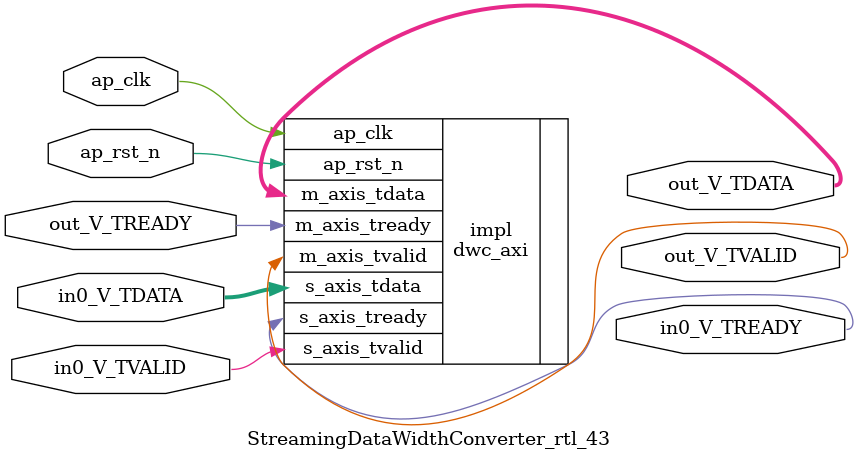
<source format=v>
/******************************************************************************
 * Copyright (C) 2023, Advanced Micro Devices, Inc.
 * All rights reserved.
 *
 * Redistribution and use in source and binary forms, with or without
 * modification, are permitted provided that the following conditions are met:
 *
 *  1. Redistributions of source code must retain the above copyright notice,
 *     this list of conditions and the following disclaimer.
 *
 *  2. Redistributions in binary form must reproduce the above copyright
 *     notice, this list of conditions and the following disclaimer in the
 *     documentation and/or other materials provided with the distribution.
 *
 *  3. Neither the name of the copyright holder nor the names of its
 *     contributors may be used to endorse or promote products derived from
 *     this software without specific prior written permission.
 *
 * THIS SOFTWARE IS PROVIDED BY THE COPYRIGHT HOLDERS AND CONTRIBUTORS "AS IS"
 * AND ANY EXPRESS OR IMPLIED WARRANTIES, INCLUDING, BUT NOT LIMITED TO,
 * THE IMPLIED WARRANTIES OF MERCHANTABILITY AND FITNESS FOR A PARTICULAR
 * PURPOSE ARE DISCLAIMED. IN NO EVENT SHALL THE COPYRIGHT HOLDER OR
 * CONTRIBUTORS BE LIABLE FOR ANY DIRECT, INDIRECT, INCIDENTAL, SPECIAL,
 * EXEMPLARY, OR CONSEQUENTIAL DAMAGES (INCLUDING, BUT NOT LIMITED TO,
 * PROCUREMENT OF SUBSTITUTE GOODS OR SERVICES; LOSS OF USE, DATA, OR PROFITS;
 * OR BUSINESS INTERRUPTION). HOWEVER CAUSED AND ON ANY THEORY OF LIABILITY,
 * WHETHER IN CONTRACT, STRICT LIABILITY, OR TORT (INCLUDING NEGLIGENCE OR
 * OTHERWISE) ARISING IN ANY WAY OUT OF THE USE OF THIS SOFTWARE, EVEN IF
 * ADVISED OF THE POSSIBILITY OF SUCH DAMAGE.
 *****************************************************************************/

module StreamingDataWidthConverter_rtl_43 #(
	parameter  IBITS = 320,
	parameter  OBITS = 5,

	parameter  AXI_IBITS = (IBITS+7)/8 * 8,
	parameter  AXI_OBITS = (OBITS+7)/8 * 8
)(
	//- Global Control ------------------
	(* X_INTERFACE_INFO = "xilinx.com:signal:clock:1.0 ap_clk CLK" *)
	(* X_INTERFACE_PARAMETER = "ASSOCIATED_BUSIF in0_V:out_V, ASSOCIATED_RESET ap_rst_n" *)
	input	ap_clk,
	(* X_INTERFACE_PARAMETER = "POLARITY ACTIVE_LOW" *)
	input	ap_rst_n,

	//- AXI Stream - Input --------------
	output	in0_V_TREADY,
	input	in0_V_TVALID,
	input	[AXI_IBITS-1:0]  in0_V_TDATA,

	//- AXI Stream - Output -------------
	input	out_V_TREADY,
	output	out_V_TVALID,
	output	[AXI_OBITS-1:0]  out_V_TDATA
);

	dwc_axi #(
		.IBITS(IBITS),
		.OBITS(OBITS)
	) impl (
		.ap_clk(ap_clk),
		.ap_rst_n(ap_rst_n),
		.s_axis_tready(in0_V_TREADY),
		.s_axis_tvalid(in0_V_TVALID),
		.s_axis_tdata(in0_V_TDATA),
		.m_axis_tready(out_V_TREADY),
		.m_axis_tvalid(out_V_TVALID),
		.m_axis_tdata(out_V_TDATA)
	);

endmodule

</source>
